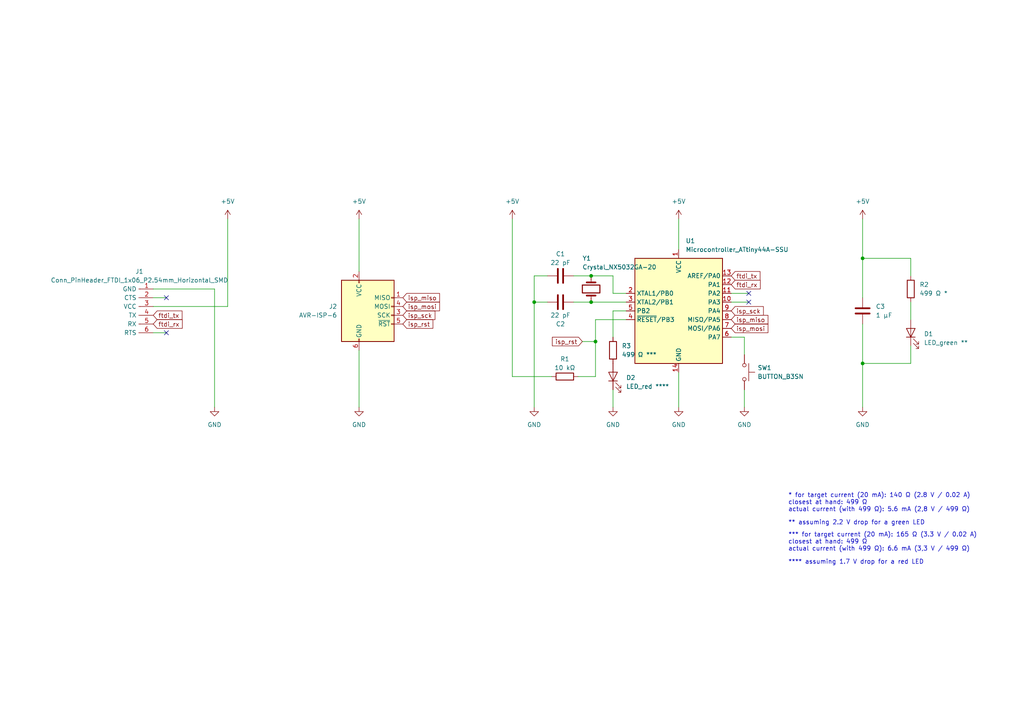
<source format=kicad_sch>
(kicad_sch (version 20211123) (generator eeschema)
  (paper "A4")
  (title_block (title "t44EchoClone") (date "2022-03-07") (company "FabLab.blue, Kleve, Germany (in cooperation with FabLab Kamp-Lintfort)") (comment 1 "Author: Roland Grichnik"))
  (lib_symbols
    (symbol "Connector:AVR-ISP-6" (pin_names (offset 1.016))
      (property "Reference" "J" (at -6.35 11.43 0))
      (property "Value" "AVR-ISP-6" (at 0 11.43 0))
      (symbol "AVR-ISP-6_0_1"
        (rectangle (start -2.667 -6.858) (end -2.413 -7.62))
        (rectangle (start -2.667 10.16) (end -2.413 9.398))
        (rectangle (start 7.62 -2.413) (end 6.858 -2.667))
        (rectangle (start 7.62 0.127) (end 6.858 -0.127))
        (rectangle (start 7.62 2.667) (end 6.858 2.413))
        (rectangle (start 7.62 5.207) (end 6.858 4.953))
        (rectangle (start 7.62 10.16) (end -7.62 -7.62) (stroke (width 0.254)) (fill (type background)))
      )
      (symbol "AVR-ISP-6_1_1"
        (pin passive line (at 10.16 5.08 180) (length 2.54) (name "MISO") (number "1"))
        (pin passive line (at -2.54 12.7 270) (length 2.54) (name "VCC") (number "2"))
        (pin passive line (at 10.16 0 180) (length 2.54) (name "SCK") (number "3"))
        (pin passive line (at 10.16 2.54 180) (length 2.54) (name "MOSI") (number "4"))
        (pin passive line (at 10.16 -2.54 180) (length 2.54) (name "~{RST}") (number "5"))
        (pin passive line (at -2.54 -10.16 90) (length 2.54) (name "GND") (number "6"))
      )
    )
    (symbol "Device:C" (pin_numbers hide) (pin_names (offset 0.254))
      (property "Reference" "C" (at 0.635 2.54 0))
      (property "Value" "C" (at 0.635 -2.54 0))
      (symbol "C_0_1"
        (polyline (pts (xy -2.032 -0.762) (xy 2.032 -0.762)) (stroke (width 0.508)))
        (polyline (pts (xy -2.032 0.762) (xy 2.032 0.762)) (stroke (width 0.508)))
      )
      (symbol "C_1_1"
        (pin passive line (at 0 3.81 270) (length 2.794) (name "~") (number "1"))
        (pin passive line (at 0 -3.81 90) (length 2.794) (name "~") (number "2"))
      )
    )
    (symbol "Device:R" (pin_numbers hide) (pin_names (offset 0))
      (property "Reference" "R" (at 2.032 0 90))
      (property "Value" "R" (at 0 0 90))
      (symbol "R_0_1"
        (rectangle (start -1.016 -2.54) (end 1.016 2.54) (stroke (width 0.254)))
      )
      (symbol "R_1_1"
        (pin passive line (at 0 3.81 270) (length 1.27) (name "~") (number "1"))
        (pin passive line (at 0 -3.81 90) (length 1.27) (name "~") (number "2"))
      )
    )
    (symbol "Fab:BUTTON_B3SN" (pin_numbers hide) (pin_names (offset 1.016) hide)
      (property "Reference" "SW" (at 1.27 2.54 0))
      (property "Value" "BUTTON_B3SN" (at 0 -1.524 0))
      (symbol "BUTTON_B3SN_0_1"
        (circle (center -2.032 0) (radius 0.508))
        (polyline (pts (xy 0 1.27) (xy 0 3.048)))
        (polyline (pts (xy 2.54 1.27) (xy -2.54 1.27)))
        (circle (center 2.032 0) (radius 0.508))
        (pin passive line (at -5.08 0 0) (length 2.54) (name "1") (number "1"))
        (pin passive line (at 5.08 0 180) (length 2.54) (name "2") (number "2"))
      )
    )
    (symbol "Fab:C" (pin_numbers hide) (pin_names (offset 0.254))
      (property "Reference" "C" (at 0.635 2.54 0))
      (property "Value" "C" (at 0.635 -2.54 0))
      (symbol "C_0_1"
        (polyline (pts (xy -2.032 -0.762) (xy 2.032 -0.762)) (stroke (width 0.508)))
        (polyline (pts (xy -2.032 0.762) (xy 2.032 0.762)) (stroke (width 0.508)))
      )
      (symbol "C_1_1"
        (pin passive line (at 0 3.81 270) (length 2.794) (name "~") (number "1"))
        (pin passive line (at 0 -3.81 90) (length 2.794) (name "~") (number "2"))
      )
    )
    (symbol "Fab:Conn_PinHeader_FTDI_1x06_P2.54mm_Horizontal_SMD" (pin_names (offset 1.016))
      (property "Reference" "J" (at 0 7.62 0))
      (property "Value" "Conn_PinHeader_FTDI_1x06_P2.54mm_Horizontal_SMD" (at 0 -10.16 0))
      (symbol "Conn_PinHeader_FTDI_1x06_P2.54mm_Horizontal_SMD_1_1"
        (polyline (pts (xy 1.27 -7.62) (xy 0.8636 -7.62)) (stroke (width 0.1524)))
        (polyline (pts (xy 1.27 -5.08) (xy 0.8636 -5.08)) (stroke (width 0.1524)))
        (polyline (pts (xy 1.27 -2.54) (xy 0.8636 -2.54)) (stroke (width 0.1524)))
        (polyline (pts (xy 1.27 0) (xy 0.8636 0)) (stroke (width 0.1524)))
        (polyline (pts (xy 1.27 2.54) (xy 0.8636 2.54)) (stroke (width 0.1524)))
        (polyline (pts (xy 1.27 5.08) (xy 0.8636 5.08)) (stroke (width 0.1524)))
        (pin passive line (at 5.08 5.08 180) (length 3.81) (name "GND") (number "1"))
        (pin passive line (at 5.08 2.54 180) (length 3.81) (name "CTS") (number "2"))
        (pin passive line (at 5.08 0 180) (length 3.81) (name "VCC") (number "3"))
        (pin passive line (at 5.08 -2.54 180) (length 3.81) (name "TX") (number "4"))
        (pin passive line (at 5.08 -5.08 180) (length 3.81) (name "RX") (number "5"))
        (pin passive line (at 5.08 -7.62 180) (length 3.81) (name "RTS") (number "6"))
      )
    )
    (symbol "Fab:Crystal_NX5032GA-20" (pin_numbers hide) (pin_names (offset 1.016) hide)
      (property "Reference" "Y" (at 0 3.81 0))
      (property "Value" "Crystal_NX5032GA-20" (at 0 -3.81 0))
      (symbol "Crystal_NX5032GA-20_0_1"
        (rectangle (start -1.143 2.54) (end 1.143 -2.54) (stroke (width 0.3048)))
        (polyline (pts (xy -2.54 0) (xy -1.905 0)))
        (polyline (pts (xy -1.905 -1.27) (xy -1.905 1.27)) (stroke (width 0.508)))
        (polyline (pts (xy 1.905 -1.27) (xy 1.905 1.27)) (stroke (width 0.508)))
        (polyline (pts (xy 2.54 0) (xy 1.905 0)))
      )
      (symbol "Crystal_NX5032GA-20_1_1"
        (pin passive line (at -3.81 0 0) (length 1.27) (name "1") (number "1"))
        (pin passive line (at 3.81 0 180) (length 1.27) (name "2") (number "2"))
      )
    )
    (symbol "Fab:LED" (pin_numbers hide) (pin_names (offset 1.016) hide)
      (property "Reference" "D" (at 0 2.54 0))
      (property "Value" "LED" (at 0 -2.54 0))
      (symbol "LED_0_1"
        (polyline (pts (xy -1.27 -1.27) (xy -1.27 1.27)) (stroke (width 0.2032)))
        (polyline (pts (xy -1.27 0) (xy 1.27 0)))
        (polyline (pts (xy 1.27 -1.27) (xy 1.27 1.27) (xy -1.27 0) (xy 1.27 -1.27)) (stroke (width 0.2032)))
        (polyline (pts (xy -3.048 -0.762) (xy -4.572 -2.286) (xy -3.81 -2.286) (xy -4.572 -2.286) (xy -4.572 -1.524)))
        (polyline (pts (xy -1.778 -0.762) (xy -3.302 -2.286) (xy -2.54 -2.286) (xy -3.302 -2.286) (xy -3.302 -1.524)))
      )
      (symbol "LED_1_1"
        (pin passive line (at -3.81 0 0) (length 2.54) (name "K") (number "1"))
        (pin passive line (at 3.81 0 180) (length 2.54) (name "A") (number "2"))
      )
    )
    (symbol "Fab:Microcontroller_ATtiny44A-SSU"
      (property "Reference" "U" (at -12.7 17.78 0))
      (property "Value" "Microcontroller_ATtiny44A-SSU" (at 2.54 17.78 0))
      (symbol "Microcontroller_ATtiny44A-SSU_0_1"
        (rectangle (start -12.7 -15.24) (end 12.7 15.24) (stroke (width 0.254)) (fill (type background)))
      )
      (symbol "Microcontroller_ATtiny44A-SSU_1_1"
        (pin power_in line (at 0 17.78 270) (length 2.54) (name "VCC") (number "1"))
        (pin bidirectional line (at 15.24 2.54 180) (length 2.54) (name "PA3") (number "10"))
        (pin bidirectional line (at 15.24 5.08 180) (length 2.54) (name "PA2") (number "11"))
        (pin bidirectional line (at 15.24 7.62 180) (length 2.54) (name "PA1") (number "12"))
        (pin bidirectional line (at 15.24 10.16 180) (length 2.54) (name "AREF/PA0") (number "13"))
        (pin power_in line (at 0 -17.78 90) (length 2.54) (name "GND") (number "14"))
        (pin bidirectional line (at -15.24 5.08 0) (length 2.54) (name "XTAL1/PB0") (number "2"))
        (pin bidirectional line (at -15.24 2.54 0) (length 2.54) (name "XTAL2/PB1") (number "3"))
        (pin bidirectional line (at -15.24 -2.54 0) (length 2.54) (name "~{RESET}/PB3") (number "4"))
        (pin bidirectional line (at -15.24 0 0) (length 2.54) (name "PB2") (number "5"))
        (pin bidirectional line (at 15.24 -7.62 180) (length 2.54) (name "PA7") (number "6"))
        (pin bidirectional line (at 15.24 -5.08 180) (length 2.54) (name "MOSI/PA6") (number "7"))
        (pin bidirectional line (at 15.24 -2.54 180) (length 2.54) (name "MISO/PA5") (number "8"))
        (pin bidirectional line (at 15.24 0 180) (length 2.54) (name "PA4") (number "9"))
      )
    )
    (symbol "Fab:Power_+5V" (power) (pin_names (offset 0))
      (property "Value" "Power_+5V" (at 0 3.556 0))
      (symbol "Power_+5V_0_1"
        (polyline (pts (xy -0.762 1.27) (xy 0 2.54)))
        (polyline (pts (xy 0 0) (xy 0 2.54)))
        (polyline (pts (xy 0 2.54) (xy 0.762 1.27)))
      )
      (symbol "Power_+5V_1_1"
        (pin power_in line (at 0 0 90) (length 0) hide (name "+5V") (number "1"))
      )
    )
    (symbol "Fab:Power_GND" (power) (pin_names (offset 0))
      (property "Value" "Power_GND" (at 0 -3.81 0))
      (symbol "Power_GND_0_1"
        (polyline (pts (xy 0 0) (xy 0 -1.27) (xy 1.27 -1.27) (xy 0 -2.54) (xy -1.27 -1.27) (xy 0 -1.27)))
      )
      (symbol "Power_GND_1_1"
        (pin power_in line (at 0 0 270) (length 0) hide (name "GND") (number "1"))
      )
    )
    (symbol "Fab:R" (pin_numbers hide) (pin_names (offset 0))
      (property "Reference" "R" (at 2.032 0 90))
      (property "Value" "R" (at 0 0 90))
      (symbol "R_0_1"
        (rectangle (start -1.016 -2.54) (end 1.016 2.54) (stroke (width 0.254)))
      )
      (symbol "R_1_1"
        (pin passive line (at 0 3.81 270) (length 1.27) (name "~") (number "1"))
        (pin passive line (at 0 -3.81 90) (length 1.27) (name "~") (number "2"))
      )
    )
  )
  (junction (at 171.45 87.63))
  (junction (at 250.19 105.41))
  (junction (at 172.72 99.06))
  (junction (at 250.19 74.93))
  (junction (at 154.94 87.63))
  (junction (at 171.45 80.01))
  (no_connect (at 48.26 86.36))
  (no_connect (at 48.26 96.52))
  (no_connect (at 217.17 87.63))
  (no_connect (at 217.17 85.09))
  (wire (pts (xy 104.14 63.5) (xy 104.14 78.74)))
  (wire (pts (xy 177.8 80.01) (xy 177.8 85.09)))
  (wire (pts (xy 62.23 83.82) (xy 62.23 118.11)))
  (wire (pts (xy 48.26 96.52) (xy 44.45 96.52)))
  (wire (pts (xy 177.8 113.03) (xy 177.8 118.11)))
  (wire (pts (xy 148.59 63.5) (xy 148.59 109.22)))
  (wire (pts (xy 172.72 99.06) (xy 172.72 109.22)))
  (wire (pts (xy 166.37 80.01) (xy 171.45 80.01)))
  (wire (pts (xy 181.61 92.71) (xy 172.72 92.71)))
  (wire (pts (xy 48.26 86.36) (xy 44.45 86.36)))
  (wire (pts (xy 212.09 87.63) (xy 217.17 87.63)))
  (wire (pts (xy 264.16 100.33) (xy 264.16 105.41)))
  (wire (pts (xy 212.09 97.79) (xy 215.9 97.79)))
  (wire (pts (xy 104.14 118.11) (xy 104.14 101.6)))
  (wire (pts (xy 177.8 90.17) (xy 177.8 97.79)))
  (wire (pts (xy 66.04 88.9) (xy 66.04 63.5)))
  (wire (pts (xy 250.19 63.5) (xy 250.19 74.93)))
  (wire (pts (xy 196.85 118.11) (xy 196.85 107.95)))
  (wire (pts (xy 44.45 83.82) (xy 62.23 83.82)))
  (wire (pts (xy 166.37 87.63) (xy 171.45 87.63)))
  (wire (pts (xy 250.19 105.41) (xy 250.19 93.98)))
  (wire (pts (xy 250.19 105.41) (xy 250.19 118.11)))
  (wire (pts (xy 196.85 63.5) (xy 196.85 72.39)))
  (wire (pts (xy 171.45 80.01) (xy 177.8 80.01)))
  (wire (pts (xy 177.8 85.09) (xy 181.61 85.09)))
  (wire (pts (xy 264.16 92.71) (xy 264.16 87.63)))
  (wire (pts (xy 167.64 109.22) (xy 172.72 109.22)))
  (wire (pts (xy 215.9 97.79) (xy 215.9 102.87)))
  (wire (pts (xy 44.45 88.9) (xy 66.04 88.9)))
  (wire (pts (xy 154.94 87.63) (xy 158.75 87.63)))
  (wire (pts (xy 148.59 109.22) (xy 160.02 109.22)))
  (wire (pts (xy 264.16 105.41) (xy 250.19 105.41)))
  (wire (pts (xy 212.09 85.09) (xy 217.17 85.09)))
  (wire (pts (xy 250.19 74.93) (xy 250.19 86.36)))
  (wire (pts (xy 250.19 74.93) (xy 264.16 74.93)))
  (wire (pts (xy 264.16 74.93) (xy 264.16 80.01)))
  (wire (pts (xy 154.94 87.63) (xy 154.94 118.11)))
  (wire (pts (xy 181.61 87.63) (xy 171.45 87.63)))
  (wire (pts (xy 172.72 92.71) (xy 172.72 99.06)))
  (wire (pts (xy 215.9 113.03) (xy 215.9 118.11)))
  (wire (pts (xy 158.75 80.01) (xy 154.94 80.01)))
  (wire (pts (xy 154.94 80.01) (xy 154.94 87.63)))
  (wire (pts (xy 177.8 90.17) (xy 181.61 90.17)))
  (wire (pts (xy 168.91 99.06) (xy 172.72 99.06)))
  (text "**** assuming 1.7 V drop for a red LED" (at 228.6 163.83 0) (effects (font (size 1.27 1.27)) (justify left bottom)))
  (text "*** for target current (20 mA): 165 Ω (3.3 V / 0.02 A) \nclosest at hand: 499 Ω\nactual current (with 499 Ω): 6.6 mA (3,3 V / 499 Ω)" (at 228.6 160.02 0) (effects (font (size 1.27 1.27)) (justify left bottom)))
  (text "** assuming 2.2 V drop for a green LED" (at 228.6 152.4 0) (effects (font (size 1.27 1.27)) (justify left bottom)))
  (text "* for target current (20 mA): 140 Ω (2.8 V / 0.02 A) \nclosest at hand: 499 Ω\nactual current (with 499 Ω): 5.6 mA (2,8 V / 499 Ω)" (at 228.6 148.59 0) (effects (font (size 1.27 1.27)) (justify left bottom)))
  (global_label "isp_sck" (shape input) (at 116.84 91.44 0) (property "Intersheet References" "${INTERSHEET_REFS}" (effects hide)))
  (global_label "isp_miso" (shape input) (at 212.09 92.71 0) (property "Intersheet References" "${INTERSHEET_REFS}" (effects hide)))
  (global_label "isp_mosi" (shape input) (at 116.84 88.9 0) (property "Intersheet References" "${INTERSHEET_REFS}" (effects hide)))
  (global_label "ftdi_tx" (shape input) (at 212.09 80.01 0) (property "Intersheet References" "${INTERSHEET_REFS}" (effects hide)))
  (global_label "isp_miso" (shape input) (at 116.84 86.36 0) (property "Intersheet References" "${INTERSHEET_REFS}" (effects hide)))
  (global_label "isp_sck" (shape input) (at 212.09 90.17 0) (property "Intersheet References" "${INTERSHEET_REFS}" (effects hide)))
  (global_label "ftdi_rx" (shape input) (at 44.45 93.98 0) (property "Intersheet References" "${INTERSHEET_REFS}" (effects hide)))
  (global_label "isp_rst" (shape input) (at 168.91 99.06 180) (property "Intersheet References" "${INTERSHEET_REFS}" (effects hide)))
  (global_label "ftdi_tx" (shape input) (at 44.45 91.44 0) (property "Intersheet References" "${INTERSHEET_REFS}" (effects hide)))
  (global_label "ftdi_rx" (shape input) (at 212.09 82.55 0) (property "Intersheet References" "${INTERSHEET_REFS}" (effects hide)))
  (global_label "isp_mosi" (shape input) (at 212.09 95.25 0) (property "Intersheet References" "${INTERSHEET_REFS}" (effects hide)))
  (global_label "isp_rst" (shape input) (at 116.84 93.98 0) (property "Intersheet References" "${INTERSHEET_REFS}" (effects hide)))
  (symbol (lib_id "Fab:Microcontroller_ATtiny44A-SSU") (at 196.85 90.17 0) (unit 1)
    (property "Reference" "U1" (at 198.8694 69.85 0) (effects (justify left)))
    (property "Value" "Microcontroller_ATtiny44A-SSU" (at 198.8694 72.39 0) (effects (justify left)))
    (property "Footprint" "Fab:SOIC-14_3.9x8.7mm_P1.27mm" (effects hide))
    (property "Datasheet" "http://ww1.microchip.com/downloads/en/DeviceDoc/doc8183.pdf" (effects hide))
  )
  (symbol (lib_id "Fab:Power_GND") (at 250.19 118.11 0) (unit 1)
    (property "Reference" "#PWR010" (effects hide))
    (property "Value" "Power_GND" (at 250.19 123.19 0))
  )
  (symbol (lib_id "Fab:Power_+5V") (at 66.04 63.5 0) (unit 1)
    (property "Reference" "#PWR02" (effects hide))
    (property "Value" "Power_+5V" (at 66.04 58.42 0))
  )
  (symbol (lib_id "Fab:Conn_PinHeader_FTDI_1x06_P2.54mm_Horizontal_SMD") (at 39.37 88.9 0) (unit 1)
    (property "Reference" "J1" (at 40.4368 78.74 0))
    (property "Value" "Conn_PinHeader_FTDI_1x06_P2.54mm_Horizontal_SMD" (at 40.4368 81.28 0))
    (property "Footprint" "Fab:PinHeader_1x06_P2.54mm_Horizontal_SMD" (effects hide))
  )
  (symbol (lib_id "Fab:R") (at 264.16 83.82 0) (unit 1)
    (property "Reference" "R2" (at 266.7 82.5499 0) (effects (justify left)))
    (property "Value" "499 Ω *" (at 266.7 85.0899 0) (effects (justify left)))
    (property "Footprint" "Fab:R_1206" (effects hide))
  )
  (symbol (lib_id "Fab:C") (at 162.56 87.63 90) (unit 1)
    (property "Reference" "C2" (at 162.56 93.98 90))
    (property "Value" "22 pF" (at 162.56 91.44 90))
    (property "Footprint" "Fab:C_1206" (effects hide))
  )
  (symbol (lib_id "Fab:Power_+5V") (at 148.59 63.5 0) (unit 1)
    (property "Reference" "#PWR05" (effects hide))
    (property "Value" "Power_+5V" (at 148.59 58.42 0))
  )
  (symbol (lib_id "Fab:Power_+5V") (at 104.14 63.5 0) (unit 1)
    (property "Reference" "#PWR03" (effects hide))
    (property "Value" "Power_+5V" (at 104.14 58.42 0))
  )
  (symbol (lib_id "Fab:R") (at 177.8 101.6 0) (unit 1)
    (property "Reference" "R3" (at 180.34 100.3299 0) (effects (justify left)))
    (property "Value" "499 Ω ***" (at 180.34 102.8699 0) (effects (justify left)))
    (property "Footprint" "Fab:R_1206" (effects hide))
  )
  (symbol (lib_id "Fab:LED") (at 177.8 109.22 90) (unit 1)
    (property "Reference" "D2" (at 181.61 109.5501 90) (effects (justify right)))
    (property "Value" "LED_red ****" (at 181.61 112.0901 90) (effects (justify right)))
    (property "Footprint" "Fab:LED_1206" (effects hide))
    (property "Datasheet" "https://optoelectronics.liteon.com/upload/download/DS-22-98-0002/LTST-C150CKT.pdf" (effects hide))
  )
  (symbol (lib_id "Fab:Power_+5V") (at 250.19 63.5 0) (unit 1)
    (property "Reference" "#PWR09" (effects hide))
    (property "Value" "Power_+5V" (at 250.19 58.42 0))
  )
  (symbol (lib_id "Fab:Power_GND") (at 104.14 118.11 0) (unit 1)
    (property "Reference" "#PWR04" (effects hide))
    (property "Value" "Power_GND" (at 104.14 123.19 0))
  )
  (symbol (lib_id "Fab:Power_GND") (at 196.85 118.11 0) (unit 1)
    (property "Reference" "#PWR08" (effects hide))
    (property "Value" "Power_GND" (at 196.85 123.19 0))
  )
  (symbol (lib_id "Fab:Power_+5V") (at 196.85 63.5 0) (unit 1)
    (property "Reference" "#PWR07" (effects hide))
    (property "Value" "Power_+5V" (at 196.85 58.42 0))
  )
  (symbol (lib_id "Connector:AVR-ISP-6") (at 106.68 91.44 0) (unit 1)
    (property "Reference" "J2" (at 97.79 88.8999 0) (effects (justify right)))
    (property "Value" "AVR-ISP-6" (at 97.79 91.4399 0) (effects (justify right)))
    (property "Footprint" "Fab:PinHeader_2x03_P2.54mm_Vertical_SMD" (effects hide))
    (property "Datasheet" " ~" (effects hide))
  )
  (symbol (lib_id "Fab:Power_GND") (at 62.23 118.11 0) (unit 1)
    (property "Reference" "#PWR01" (effects hide))
    (property "Value" "Power_GND" (at 62.23 123.19 0))
  )
  (symbol (lib_id "Fab:Power_GND") (at 215.9 118.11 0) (unit 1)
    (property "Reference" "#PWR0101" (effects hide))
    (property "Value" "Power_GND" (at 215.9 123.19 0))
  )
  (symbol (lib_id "Fab:LED") (at 264.16 96.52 90) (unit 1)
    (property "Reference" "D1" (at 267.97 96.8501 90) (effects (justify right)))
    (property "Value" "LED_green **" (at 267.97 99.3901 90) (effects (justify right)))
    (property "Footprint" "Fab:LED_1206" (effects hide))
    (property "Datasheet" "https://optoelectronics.liteon.com/upload/download/DS-22-98-0002/LTST-C150CKT.pdf" (effects hide))
  )
  (symbol (lib_id "Fab:C") (at 162.56 80.01 90) (unit 1)
    (property "Reference" "C1" (at 162.56 73.66 90))
    (property "Value" "22 pF" (at 162.56 76.2 90))
    (property "Footprint" "Fab:C_1206" (effects hide))
  )
  (symbol (lib_id "Fab:Power_GND") (at 177.8 118.11 0) (unit 1)
    (property "Reference" "#PWR011" (effects hide))
    (property "Value" "Power_GND" (at 177.8 123.19 0))
  )
  (symbol (lib_id "Fab:Power_GND") (at 154.94 118.11 0) (unit 1)
    (property "Reference" "#PWR06" (effects hide))
    (property "Value" "Power_GND" (at 154.94 123.19 0))
  )
  (symbol (lib_id "Device:R") (at 163.83 109.22 90) (unit 1)
    (property "Reference" "R1" (at 163.83 104.14 90))
    (property "Value" "10 kΩ" (at 163.83 106.68 90))
    (property "Footprint" "Fab:R_1206" (effects hide))
  )
  (symbol (lib_id "Device:C") (at 250.19 90.17 0) (unit 1)
    (property "Reference" "C3" (at 254 88.8999 0) (effects (justify left)))
    (property "Value" "1 µF" (at 254 91.4399 0) (effects (justify left)))
    (property "Footprint" "Fab:C_1206" (effects hide))
  )
  (symbol (lib_id "Fab:BUTTON_B3SN") (at 215.9 107.95 270) (unit 1)
    (property "Reference" "SW1" (at 219.71 106.6799 90) (effects (justify left)))
    (property "Value" "BUTTON_B3SN" (at 219.71 109.2199 90) (effects (justify left)))
    (property "Footprint" "Fab:Button_Omron_B3SN_6x6mm" (effects hide))
    (property "Datasheet" "https://omronfs.omron.com/en_US/ecb/products/pdf/en-b3sn.pdf" (effects hide))
  )
  (symbol (lib_id "Fab:Crystal_NX5032GA-20") (at 171.45 83.82 90) (unit 1)
    (property "Reference" "Y1" (at 168.91 74.93 90) (effects (justify right)))
    (property "Value" "Crystal_NX5032GA-20" (at 168.91 77.47 90) (effects (justify right)))
    (property "Footprint" "Fab:Crystal_NX5032GA-20" (effects hide))
    (property "Datasheet" "https://media.digikey.com/pdf/Data%20Sheets/NDK%20PDFs/NX5032GA.pdf" (effects hide))
  )
)
</source>
